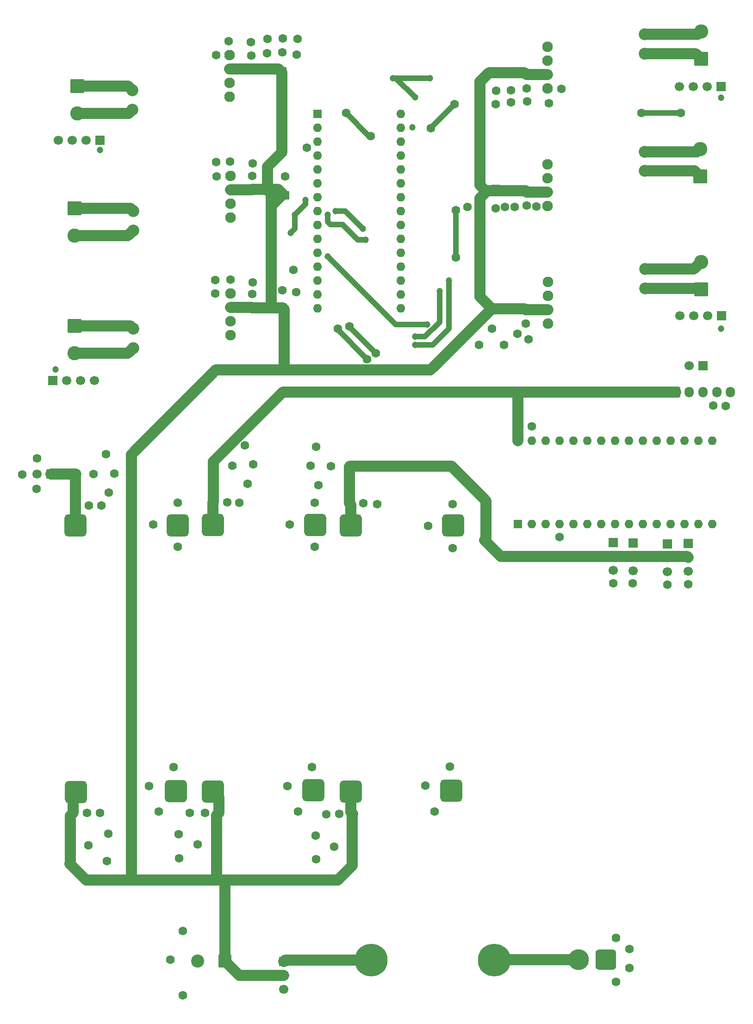
<source format=gbr>
%TF.GenerationSoftware,KiCad,Pcbnew,9.0.6*%
%TF.CreationDate,2025-12-16T10:50:29+01:00*%
%TF.ProjectId,Microver2025,4d696372-6f76-4657-9232-3032352e6b69,rev?*%
%TF.SameCoordinates,Original*%
%TF.FileFunction,Copper,L4,Bot*%
%TF.FilePolarity,Positive*%
%FSLAX46Y46*%
G04 Gerber Fmt 4.6, Leading zero omitted, Abs format (unit mm)*
G04 Created by KiCad (PCBNEW 9.0.6) date 2025-12-16 10:50:29*
%MOMM*%
%LPD*%
G01*
G04 APERTURE LIST*
G04 Aperture macros list*
%AMRoundRect*
0 Rectangle with rounded corners*
0 $1 Rounding radius*
0 $2 $3 $4 $5 $6 $7 $8 $9 X,Y pos of 4 corners*
0 Add a 4 corners polygon primitive as box body*
4,1,4,$2,$3,$4,$5,$6,$7,$8,$9,$2,$3,0*
0 Add four circle primitives for the rounded corners*
1,1,$1+$1,$2,$3*
1,1,$1+$1,$4,$5*
1,1,$1+$1,$6,$7*
1,1,$1+$1,$8,$9*
0 Add four rect primitives between the rounded corners*
20,1,$1+$1,$2,$3,$4,$5,0*
20,1,$1+$1,$4,$5,$6,$7,0*
20,1,$1+$1,$6,$7,$8,$9,0*
20,1,$1+$1,$8,$9,$2,$3,0*%
G04 Aperture macros list end*
%TA.AperFunction,ComponentPad*%
%ADD10C,1.600000*%
%TD*%
%TA.AperFunction,ComponentPad*%
%ADD11RoundRect,0.250000X0.550000X-0.550000X0.550000X0.550000X-0.550000X0.550000X-0.550000X-0.550000X0*%
%TD*%
%TA.AperFunction,ComponentPad*%
%ADD12RoundRect,0.250000X0.550000X0.550000X-0.550000X0.550000X-0.550000X-0.550000X0.550000X-0.550000X0*%
%TD*%
%TA.AperFunction,ComponentPad*%
%ADD13R,1.600000X1.600000*%
%TD*%
%TA.AperFunction,ComponentPad*%
%ADD14O,1.600000X1.600000*%
%TD*%
%TA.AperFunction,ComponentPad*%
%ADD15R,1.700000X1.700000*%
%TD*%
%TA.AperFunction,ComponentPad*%
%ADD16C,1.700000*%
%TD*%
%TA.AperFunction,ComponentPad*%
%ADD17RoundRect,0.250000X-0.550000X-0.550000X0.550000X-0.550000X0.550000X0.550000X-0.550000X0.550000X0*%
%TD*%
%TA.AperFunction,ComponentPad*%
%ADD18RoundRect,0.250000X-0.600000X-0.725000X0.600000X-0.725000X0.600000X0.725000X-0.600000X0.725000X0*%
%TD*%
%TA.AperFunction,ComponentPad*%
%ADD19O,1.700000X1.950000*%
%TD*%
%TA.AperFunction,ComponentPad*%
%ADD20RoundRect,0.250000X-1.050000X1.050000X-1.050000X-1.050000X1.050000X-1.050000X1.050000X1.050000X0*%
%TD*%
%TA.AperFunction,ComponentPad*%
%ADD21C,2.600000*%
%TD*%
%TA.AperFunction,ComponentPad*%
%ADD22C,1.930400*%
%TD*%
%TA.AperFunction,ComponentPad*%
%ADD23C,2.184400*%
%TD*%
%TA.AperFunction,ComponentPad*%
%ADD24RoundRect,0.600000X1.400000X-1.400000X1.400000X1.400000X-1.400000X1.400000X-1.400000X-1.400000X0*%
%TD*%
%TA.AperFunction,ComponentPad*%
%ADD25RoundRect,0.250000X-0.550000X0.550000X-0.550000X-0.550000X0.550000X-0.550000X0.550000X0.550000X0*%
%TD*%
%TA.AperFunction,ComponentPad*%
%ADD26RoundRect,0.250000X1.050000X-1.050000X1.050000X1.050000X-1.050000X1.050000X-1.050000X-1.050000X0*%
%TD*%
%TA.AperFunction,ComponentPad*%
%ADD27RoundRect,0.250001X0.949999X0.949999X-0.949999X0.949999X-0.949999X-0.949999X0.949999X-0.949999X0*%
%TD*%
%TA.AperFunction,ComponentPad*%
%ADD28C,2.400000*%
%TD*%
%TA.AperFunction,ComponentPad*%
%ADD29RoundRect,0.760000X1.140000X1.140000X-1.140000X1.140000X-1.140000X-1.140000X1.140000X-1.140000X0*%
%TD*%
%TA.AperFunction,ComponentPad*%
%ADD30C,3.800000*%
%TD*%
%TA.AperFunction,ComponentPad*%
%ADD31C,6.000000*%
%TD*%
%TA.AperFunction,ViaPad*%
%ADD32C,1.600000*%
%TD*%
%TA.AperFunction,ViaPad*%
%ADD33C,1.200000*%
%TD*%
%TA.AperFunction,Conductor*%
%ADD34C,2.000000*%
%TD*%
%TA.AperFunction,Conductor*%
%ADD35C,1.000000*%
%TD*%
G04 APERTURE END LIST*
D10*
%TO.P,C6,2*%
%TO.N,+18V*%
X136500000Y-83000000D03*
D11*
%TO.P,C6,1*%
%TO.N,GND*%
X136500000Y-86500000D03*
%TD*%
D10*
%TO.P,C16,2*%
%TO.N,+18V*%
X146000000Y-184790000D03*
D12*
%TO.P,C16,1*%
%TO.N,GND*%
X149500000Y-184790000D03*
%TD*%
D13*
%TO.P,A2,1,TX1*%
%TO.N,unconnected-(A2-TX1-Pad1)*%
X179600000Y-125766630D03*
D14*
%TO.P,A2,2,RX1*%
%TO.N,unconnected-(A2-RX1-Pad2)*%
X182140000Y-125766630D03*
%TO.P,A2,3,~{RESET}*%
%TO.N,unconnected-(A2-~{RESET}-Pad3)*%
X184680000Y-125766630D03*
%TO.P,A2,4,GND*%
%TO.N,GND*%
X187220000Y-125766630D03*
%TO.P,A2,5,D2*%
%TO.N,unconnected-(A2-D2-Pad5)*%
X189760000Y-125766630D03*
%TO.P,A2,6,D3*%
%TO.N,unconnected-(A2-D3-Pad6)*%
X192300000Y-125766630D03*
%TO.P,A2,7,D4*%
%TO.N,unconnected-(A2-D4-Pad7)*%
X194840000Y-125766630D03*
%TO.P,A2,8,D5*%
%TO.N,/5V*%
X197380000Y-125766630D03*
%TO.P,A2,9,D6*%
X199920000Y-125766630D03*
%TO.P,A2,10,D7*%
%TO.N,unconnected-(A2-D7-Pad10)*%
X202460000Y-125766630D03*
%TO.P,A2,11,D8*%
%TO.N,unconnected-(A2-D8-Pad11)*%
X205000000Y-125766630D03*
%TO.P,A2,12,D9*%
%TO.N,/5V*%
X207540000Y-125766630D03*
%TO.P,A2,13,D10*%
X210080000Y-125766630D03*
%TO.P,A2,14,MOSI*%
%TO.N,/SPI*%
X212620000Y-125766630D03*
%TO.P,A2,15,MISO*%
X215160000Y-125766630D03*
%TO.P,A2,16,SCK*%
%TO.N,unconnected-(A2-SCK-Pad16)*%
X215160000Y-110526630D03*
%TO.P,A2,17,3V3*%
%TO.N,unconnected-(A2-3V3-Pad17)*%
X212620000Y-110526630D03*
%TO.P,A2,18,AREF*%
%TO.N,unconnected-(A2-AREF-Pad18)*%
X210080000Y-110526630D03*
%TO.P,A2,19,A0*%
%TO.N,unconnected-(A2-A0-Pad19)*%
X207540000Y-110526630D03*
%TO.P,A2,20,A1*%
%TO.N,unconnected-(A2-A1-Pad20)*%
X205000000Y-110526630D03*
%TO.P,A2,21,A2*%
%TO.N,unconnected-(A2-A2-Pad21)*%
X202460000Y-110526630D03*
%TO.P,A2,22,A3*%
%TO.N,unconnected-(A2-A3-Pad22)*%
X199920000Y-110526630D03*
%TO.P,A2,23,SDA/A4*%
%TO.N,unconnected-(A2-SDA{slash}A4-Pad23)*%
X197380000Y-110526630D03*
%TO.P,A2,24,SCL/A5*%
%TO.N,unconnected-(A2-SCL{slash}A5-Pad24)*%
X194840000Y-110526630D03*
%TO.P,A2,25,A6*%
%TO.N,unconnected-(A2-A6-Pad25)*%
X192300000Y-110526630D03*
%TO.P,A2,26,A7*%
%TO.N,unconnected-(A2-A7-Pad26)*%
X189760000Y-110526630D03*
%TO.P,A2,27,+5V*%
%TO.N,unconnected-(A2-+5V-Pad27)*%
X187220000Y-110526630D03*
%TO.P,A2,28,~{RESET}*%
%TO.N,unconnected-(A2-~{RESET}-Pad28)*%
X184680000Y-110526630D03*
%TO.P,A2,29,GND*%
%TO.N,GND*%
X182140000Y-110526630D03*
%TO.P,A2,30,VIN*%
%TO.N,/5V*%
X179600000Y-110526630D03*
%TD*%
D15*
%TO.P,M4,1,PWM*%
%TO.N,/5V*%
X197040000Y-129180000D03*
D16*
%TO.P,M4,2,+*%
X197040000Y-131720000D03*
%TO.P,M4,3,-*%
%TO.N,GND*%
X197040000Y-134260000D03*
%TD*%
D15*
%TO.P,J4,1,Pin_1*%
%TO.N,/5V*%
X94170000Y-116640000D03*
D16*
%TO.P,J4,2,Pin_2*%
%TO.N,GND*%
X91630000Y-116640000D03*
%TD*%
D12*
%TO.P,C15,1*%
%TO.N,/5V*%
X148855000Y-115190000D03*
D10*
%TO.P,C15,2*%
%TO.N,GND*%
X145355000Y-115190000D03*
%TD*%
D17*
%TO.P,C24,1*%
%TO.N,/5V*%
X98477349Y-116590000D03*
D10*
%TO.P,C24,2*%
%TO.N,GND*%
X101977349Y-116590000D03*
%TD*%
D18*
%TO.P,J11,1,Pin_1*%
%TO.N,/5V*%
X208450000Y-101650000D03*
D19*
%TO.P,J11,2,Pin_2*%
%TO.N,/URAT*%
X210950000Y-101650000D03*
%TO.P,J11,3,Pin_3*%
X213450000Y-101650000D03*
%TO.P,J11,4,Pin_4*%
%TO.N,GND*%
X215950000Y-101650000D03*
%TO.P,J11,5,Pin_5*%
%TO.N,unconnected-(J11-Pin_5-Pad5)*%
X218450000Y-101650000D03*
%TD*%
D15*
%TO.P,M2,1,PWM*%
%TO.N,/5V*%
X206960000Y-129425000D03*
D16*
%TO.P,M2,2,+*%
X206960000Y-131965000D03*
%TO.P,M2,3,-*%
%TO.N,GND*%
X206960000Y-134505000D03*
%TD*%
D12*
%TO.P,C19,1*%
%TO.N,GND*%
X124500000Y-184390000D03*
D10*
%TO.P,C19,2*%
%TO.N,+18V*%
X121000000Y-184390000D03*
%TD*%
%TO.P,C12,1*%
%TO.N,GND*%
X181000000Y-89083370D03*
%TO.P,C12,2*%
%TO.N,+18V*%
X181000000Y-86583370D03*
%TD*%
D15*
%TO.P,M1,1,PWM*%
%TO.N,/5V*%
X210735000Y-129350000D03*
D16*
%TO.P,M1,2,+*%
X210735000Y-131890000D03*
%TO.P,M1,3,-*%
%TO.N,GND*%
X210735000Y-134430000D03*
%TD*%
D15*
%TO.P,J7,1,Pin_1*%
%TO.N,GND*%
X103140000Y-55583370D03*
D16*
%TO.P,J7,2,Pin_2*%
%TO.N,/5V*%
X100600000Y-55583370D03*
%TO.P,J7,3,Pin_3*%
%TO.N,/DIGI*%
X98060000Y-55583370D03*
%TO.P,J7,4,Pin_4*%
X95520000Y-55583370D03*
%TD*%
D20*
%TO.P,J3,1,Pin_1*%
%TO.N,/M2_B*%
X98500000Y-68063370D03*
D21*
%TO.P,J3,2,Pin_2*%
%TO.N,/M2_A*%
X98500000Y-73063370D03*
%TD*%
D22*
%TO.P,U5,1,GND*%
%TO.N,GND*%
X185027500Y-46138895D03*
%TO.P,U5,2,IN2*%
%TO.N,/5V*%
X185027500Y-38518895D03*
%TO.P,U5,3,IN1*%
X185027500Y-41058895D03*
%TO.P,U5,4,VM*%
%TO.N,+18V*%
X185027500Y-43598895D03*
D23*
%TO.P,U5,5,OUT1*%
%TO.N,/M4_A*%
X202807500Y-36210895D03*
%TO.P,U5,6,OUT2*%
%TO.N,/M4_B*%
X202807500Y-39710895D03*
%TD*%
D22*
%TO.P,U4,1,GND*%
%TO.N,GND*%
X127000000Y-83633370D03*
%TO.P,U4,2,IN2*%
%TO.N,/5V*%
X127000000Y-91253370D03*
%TO.P,U4,3,IN1*%
X127000000Y-88713370D03*
%TO.P,U4,4,VM*%
%TO.N,+18V*%
X127000000Y-86173370D03*
D23*
%TO.P,U4,5,OUT1*%
%TO.N,/M3_A*%
X109220000Y-93561370D03*
%TO.P,U4,6,OUT2*%
%TO.N,/M3_B*%
X109220000Y-90061370D03*
%TD*%
D10*
%TO.P,C22,1*%
%TO.N,GND*%
X100750000Y-178590000D03*
%TO.P,C22,2*%
%TO.N,+18V*%
X98250000Y-178590000D03*
%TD*%
D22*
%TO.P,U6,1,GND*%
%TO.N,GND*%
X185027500Y-67638895D03*
%TO.P,U6,2,IN2*%
%TO.N,/5V*%
X185027500Y-60018895D03*
%TO.P,U6,3,IN1*%
X185027500Y-62558895D03*
%TO.P,U6,4,VM*%
%TO.N,+18V*%
X185027500Y-65098895D03*
D23*
%TO.P,U6,5,OUT1*%
%TO.N,/M5_A*%
X202807500Y-57710895D03*
%TO.P,U6,6,OUT2*%
%TO.N,/M5_B*%
X202807500Y-61210895D03*
%TD*%
D22*
%TO.P,U8,1,GND*%
%TO.N,GND*%
X185052500Y-89088895D03*
%TO.P,U8,2,IN2*%
%TO.N,/5V*%
X185052500Y-81468895D03*
%TO.P,U8,3,IN1*%
X185052500Y-84008895D03*
%TO.P,U8,4,VM*%
%TO.N,+18V*%
X185052500Y-86548895D03*
D23*
%TO.P,U8,5,OUT1*%
%TO.N,/M6_A*%
X202832500Y-79160895D03*
%TO.P,U8,6,OUT2*%
%TO.N,/M6_B*%
X202832500Y-82660895D03*
%TD*%
D15*
%TO.P,J8,1,Pin_1*%
%TO.N,GND*%
X216750000Y-45750000D03*
D16*
%TO.P,J8,2,Pin_2*%
%TO.N,/5V*%
X214210000Y-45750000D03*
%TO.P,J8,3,Pin_3*%
%TO.N,/DIGI*%
X211670000Y-45750000D03*
%TO.P,J8,4,Pin_4*%
X209130000Y-45750000D03*
%TD*%
D17*
%TO.P,C23,1*%
%TO.N,GND*%
X97500000Y-184500000D03*
D10*
%TO.P,C23,2*%
%TO.N,+18V*%
X101000000Y-184500000D03*
%TD*%
D15*
%TO.P,J2,1,Pin_1*%
%TO.N,GND*%
X216800000Y-87633370D03*
D16*
%TO.P,J2,2,Pin_2*%
%TO.N,/5V*%
X214260000Y-87633370D03*
%TO.P,J2,3,Pin_3*%
%TO.N,/DIGI*%
X211720000Y-87633370D03*
%TO.P,J2,4,Pin_4*%
X209180000Y-87633370D03*
%TD*%
D10*
%TO.P,C11,1*%
%TO.N,GND*%
X130800000Y-40083370D03*
%TO.P,C11,2*%
%TO.N,+18V*%
X130800000Y-42583370D03*
%TD*%
D20*
%TO.P,J1,1,Pin_1*%
%TO.N,/M1_B*%
X99000000Y-45683370D03*
D21*
%TO.P,J1,2,Pin_2*%
%TO.N,/M1_A*%
X99000000Y-50683370D03*
%TD*%
D24*
%TO.P,U9,1,IN+*%
%TO.N,+18V*%
X98700000Y-174790000D03*
%TO.P,U9,2,IN-*%
%TO.N,GND*%
X117040000Y-174600000D03*
%TO.P,U9,3,OUT+*%
%TO.N,/5V*%
X98680000Y-126050000D03*
%TO.P,U9,4,OUT-*%
%TO.N,GND*%
X117360000Y-126050000D03*
%TD*%
D10*
%TO.P,C21,1*%
%TO.N,/5V*%
X123880000Y-121790000D03*
%TO.P,C21,2*%
%TO.N,GND*%
X126380000Y-121790000D03*
%TD*%
D25*
%TO.P,C4,1*%
%TO.N,GND*%
X175600000Y-43000000D03*
D10*
%TO.P,C4,2*%
%TO.N,+18V*%
X175600000Y-46500000D03*
%TD*%
%TO.P,C9,1*%
%TO.N,GND*%
X131000000Y-62083370D03*
%TO.P,C9,2*%
%TO.N,+18V*%
X131000000Y-64583370D03*
%TD*%
D22*
%TO.P,U2,1,GND*%
%TO.N,GND*%
X127000000Y-62133370D03*
%TO.P,U2,2,IN2*%
%TO.N,/5V*%
X127000000Y-69753370D03*
%TO.P,U2,3,IN1*%
X127000000Y-67213370D03*
%TO.P,U2,4,VM*%
%TO.N,+18V*%
X127000000Y-64673370D03*
D23*
%TO.P,U2,5,OUT1*%
%TO.N,/M2_A*%
X109220000Y-72061370D03*
%TO.P,U2,6,OUT2*%
%TO.N,/M2_B*%
X109220000Y-68561370D03*
%TD*%
D10*
%TO.P,C3,1*%
%TO.N,GND*%
X181200000Y-67533370D03*
%TO.P,C3,2*%
%TO.N,+18V*%
X181200000Y-65033370D03*
%TD*%
D26*
%TO.P,J9,1,Pin_1*%
%TO.N,/M4_B*%
X213080000Y-40658895D03*
D21*
%TO.P,J9,2,Pin_2*%
%TO.N,/M4_A*%
X213080000Y-35658895D03*
%TD*%
D10*
%TO.P,C8,2*%
%TO.N,+18V*%
X137000000Y-62152651D03*
D11*
%TO.P,C8,1*%
%TO.N,GND*%
X137000000Y-65652651D03*
%TD*%
D15*
%TO.P,J5,1,Pin_1*%
%TO.N,GND*%
X94500000Y-99500000D03*
D16*
%TO.P,J5,2,Pin_2*%
%TO.N,/5V*%
X97040000Y-99500000D03*
%TO.P,J5,3,Pin_3*%
%TO.N,/DIGI*%
X99580000Y-99500000D03*
%TO.P,J5,4,Pin_4*%
X102120000Y-99500000D03*
%TD*%
D20*
%TO.P,J6,1,Pin_1*%
%TO.N,/M3_B*%
X98500000Y-89563370D03*
D21*
%TO.P,J6,2,Pin_2*%
%TO.N,/M3_A*%
X98500000Y-94563370D03*
%TD*%
D27*
%TO.P,C1,1*%
%TO.N,+18V*%
X126030000Y-205690000D03*
D28*
%TO.P,C1,2*%
%TO.N,GND*%
X121030000Y-205690000D03*
%TD*%
D10*
%TO.P,C18,1*%
%TO.N,GND*%
X122380000Y-178590000D03*
%TO.P,C18,2*%
%TO.N,+18V*%
X124880000Y-178590000D03*
%TD*%
D13*
%TO.P,A1,1,TX1*%
%TO.N,unconnected-(A1-TX1-Pad1)*%
X142907500Y-50737845D03*
D14*
%TO.P,A1,2,RX1*%
%TO.N,unconnected-(A1-RX1-Pad2)*%
X142907500Y-53277845D03*
%TO.P,A1,3,~{RESET}*%
%TO.N,unconnected-(A1-~{RESET}-Pad3)*%
X142907500Y-55817845D03*
%TO.P,A1,4,GND*%
%TO.N,GND*%
X142907500Y-58357845D03*
%TO.P,A1,5,D2*%
%TO.N,unconnected-(A1-D2-Pad5)*%
X142907500Y-60897845D03*
%TO.P,A1,6,D3*%
%TO.N,unconnected-(A1-D3-Pad6)*%
X142907500Y-63437845D03*
%TO.P,A1,7,D4*%
%TO.N,unconnected-(A1-D4-Pad7)*%
X142907500Y-65977845D03*
%TO.P,A1,8,D5*%
%TO.N,/5V*%
X142907500Y-68517845D03*
%TO.P,A1,9,D6*%
X142907500Y-71057845D03*
%TO.P,A1,10,D7*%
%TO.N,unconnected-(A1-D7-Pad10)*%
X142907500Y-73597845D03*
%TO.P,A1,11,D8*%
%TO.N,unconnected-(A1-D8-Pad11)*%
X142907500Y-76137845D03*
%TO.P,A1,12,D9*%
%TO.N,/5V*%
X142907500Y-78677845D03*
%TO.P,A1,13,D10*%
X142907500Y-81217845D03*
%TO.P,A1,14,MOSI*%
%TO.N,/SPI*%
X142907500Y-83757845D03*
%TO.P,A1,15,MISO*%
X142907500Y-86297845D03*
%TO.P,A1,16,SCK*%
%TO.N,unconnected-(A1-SCK-Pad16)*%
X158147500Y-86297845D03*
%TO.P,A1,17,3V3*%
%TO.N,unconnected-(A1-3V3-Pad17)*%
X158147500Y-83757845D03*
%TO.P,A1,18,AREF*%
%TO.N,unconnected-(A1-AREF-Pad18)*%
X158147500Y-81217845D03*
%TO.P,A1,19,A0*%
%TO.N,/DIGI*%
X158147500Y-78677845D03*
%TO.P,A1,20,A1*%
X158147500Y-76137845D03*
%TO.P,A1,21,A2*%
X158147500Y-73597845D03*
%TO.P,A1,22,A3*%
X158147500Y-71057845D03*
%TO.P,A1,23,SDA/A4*%
X158147500Y-68517845D03*
%TO.P,A1,24,SCL/A5*%
X158147500Y-65977845D03*
%TO.P,A1,25,A6*%
X158147500Y-63437845D03*
%TO.P,A1,26,A7*%
X158147500Y-60897845D03*
%TO.P,A1,27,+5V*%
%TO.N,/5V*%
X158147500Y-58357845D03*
%TO.P,A1,28,~{RESET}*%
%TO.N,unconnected-(A1-~{RESET}-Pad28)*%
X158147500Y-55817845D03*
%TO.P,A1,29,GND*%
%TO.N,GND*%
X158147500Y-53277845D03*
%TO.P,A1,30,VIN*%
%TO.N,unconnected-(A1-VIN-Pad30)*%
X158147500Y-50737845D03*
%TD*%
D10*
%TO.P,C14,1*%
%TO.N,/5V*%
X148800000Y-121990000D03*
%TO.P,C14,2*%
%TO.N,GND*%
X151300000Y-121990000D03*
%TD*%
%TO.P,C7,1*%
%TO.N,GND*%
X131000000Y-83733370D03*
%TO.P,C7,2*%
%TO.N,+18V*%
X131000000Y-86233370D03*
%TD*%
D25*
%TO.P,C2,1*%
%TO.N,GND*%
X175500000Y-64500000D03*
D10*
%TO.P,C2,2*%
%TO.N,+18V*%
X175500000Y-68000000D03*
%TD*%
D26*
%TO.P,J12,1,Pin_1*%
%TO.N,/M6_B*%
X213080000Y-82833370D03*
D21*
%TO.P,J12,2,Pin_2*%
%TO.N,/M6_A*%
X213080000Y-77833370D03*
%TD*%
D22*
%TO.P,U1,1,GND*%
%TO.N,GND*%
X126852500Y-40028895D03*
%TO.P,U1,2,IN2*%
%TO.N,/5V*%
X126852500Y-47648895D03*
%TO.P,U1,3,IN1*%
X126852500Y-45108895D03*
%TO.P,U1,4,VM*%
%TO.N,+18V*%
X126852500Y-42568895D03*
D23*
%TO.P,U1,5,OUT1*%
%TO.N,/M1_A*%
X109072500Y-49956895D03*
%TO.P,U1,6,OUT2*%
%TO.N,/M1_B*%
X109072500Y-46456895D03*
%TD*%
D29*
%TO.P,J14,1,Pin_1*%
%TO.N,GND*%
X195700000Y-205400000D03*
D30*
%TO.P,J14,2,Pin_2*%
%TO.N,+18V*%
X190700000Y-205400000D03*
%TD*%
D15*
%TO.P,SW1,1,A*%
%TO.N,+18V*%
X136750000Y-205750000D03*
D16*
%TO.P,SW1,2,B*%
X136750000Y-208290000D03*
%TO.P,SW1,3,C*%
%TO.N,unconnected-(SW1-C-Pad3)*%
X136750000Y-210830000D03*
%TD*%
D17*
%TO.P,C20,1*%
%TO.N,/5V*%
X123880000Y-115140000D03*
D10*
%TO.P,C20,2*%
%TO.N,GND*%
X127380000Y-115140000D03*
%TD*%
%TO.P,C13,2*%
%TO.N,+18V*%
X174800000Y-90080719D03*
D25*
%TO.P,C13,1*%
%TO.N,GND*%
X174800000Y-86580719D03*
%TD*%
D26*
%TO.P,J10,1,Pin_1*%
%TO.N,/M5_B*%
X212907500Y-62158895D03*
D21*
%TO.P,J10,2,Pin_2*%
%TO.N,/M5_A*%
X212907500Y-57158895D03*
%TD*%
D15*
%TO.P,J13,1,Pin_1*%
%TO.N,/URAT*%
X213470000Y-96800000D03*
D16*
%TO.P,J13,2,Pin_2*%
X210930000Y-96800000D03*
%TD*%
D24*
%TO.P,U3,1,IN+*%
%TO.N,+18V*%
X149040000Y-174730000D03*
%TO.P,U3,2,IN-*%
%TO.N,GND*%
X167380000Y-174540000D03*
%TO.P,U3,3,OUT+*%
%TO.N,/5V*%
X149020000Y-125990000D03*
%TO.P,U3,4,OUT-*%
%TO.N,GND*%
X167700000Y-125990000D03*
%TD*%
D31*
%TO.P,F1,1*%
%TO.N,+18V*%
X175250000Y-205500000D03*
%TO.P,F1,2*%
X152750000Y-205500000D03*
%TD*%
D10*
%TO.P,C17,1*%
%TO.N,GND*%
X146880000Y-178790000D03*
%TO.P,C17,2*%
%TO.N,+18V*%
X149380000Y-178790000D03*
%TD*%
%TO.P,C25,1*%
%TO.N,/5V*%
X98630000Y-122390000D03*
%TO.P,C25,2*%
%TO.N,GND*%
X101130000Y-122390000D03*
%TD*%
D11*
%TO.P,C10,1*%
%TO.N,GND*%
X136500000Y-43000000D03*
D10*
%TO.P,C10,2*%
%TO.N,+18V*%
X136500000Y-39500000D03*
%TD*%
D24*
%TO.P,U10,1,IN+*%
%TO.N,+18V*%
X123800000Y-174680000D03*
%TO.P,U10,2,IN-*%
%TO.N,GND*%
X142140000Y-174490000D03*
%TO.P,U10,3,OUT+*%
%TO.N,/5V*%
X123780000Y-125940000D03*
%TO.P,U10,4,OUT-*%
%TO.N,GND*%
X142460000Y-125940000D03*
%TD*%
D15*
%TO.P,M3,1,PWM*%
%TO.N,/5V*%
X200630000Y-129200000D03*
D16*
%TO.P,M3,2,+*%
X200630000Y-131740000D03*
%TO.P,M3,3,-*%
%TO.N,GND*%
X200630000Y-134280000D03*
%TD*%
D10*
%TO.P,C5,1*%
%TO.N,GND*%
X181200000Y-46083370D03*
%TO.P,C5,2*%
%TO.N,+18V*%
X181200000Y-43583370D03*
%TD*%
D32*
%TO.N,GND*%
X206950000Y-136860000D03*
X141000000Y-56950000D03*
X117540000Y-182490000D03*
X136550000Y-36950000D03*
X131050000Y-81540000D03*
X172500000Y-93000000D03*
X143130000Y-118640000D03*
X124250000Y-83600000D03*
X104255000Y-113015000D03*
X139150000Y-39900000D03*
X118250000Y-211950000D03*
X177200000Y-67750000D03*
X112130000Y-173680000D03*
X142380000Y-121890000D03*
X215300000Y-104100000D03*
X177000000Y-93000000D03*
X167630000Y-122140000D03*
X217600000Y-104150000D03*
X126950000Y-59450000D03*
X130130000Y-118390000D03*
X126700000Y-37450000D03*
X185250000Y-48800000D03*
X129630000Y-111390000D03*
X197050000Y-136640000D03*
X91650000Y-113750000D03*
X141630000Y-115140000D03*
X178300000Y-48600000D03*
X139380000Y-178390000D03*
X128630000Y-121890000D03*
X127000000Y-81050000D03*
X113880000Y-178390000D03*
X181500000Y-92000000D03*
X182150000Y-107900000D03*
X124500000Y-62150000D03*
D33*
X160250000Y-53250000D03*
D32*
X163130000Y-126140000D03*
X153880000Y-122140000D03*
X133750000Y-37000000D03*
X104630000Y-182390000D03*
X91550000Y-119350000D03*
X210750000Y-136750000D03*
X116630000Y-170180000D03*
X119520000Y-178610000D03*
X117380000Y-129890000D03*
X187500000Y-46150000D03*
X178300000Y-46400000D03*
X142380000Y-129890000D03*
X181300000Y-48500000D03*
X104380000Y-187390000D03*
X103380000Y-122390000D03*
X138500000Y-79250000D03*
X144540000Y-178830000D03*
X104755000Y-120015000D03*
X115990000Y-205430000D03*
X137880000Y-125890000D03*
X117380000Y-121890000D03*
D33*
X216750000Y-90000000D03*
D32*
X124200000Y-81150000D03*
X112880000Y-125890000D03*
X103130000Y-178640000D03*
X167130000Y-170140000D03*
X142630000Y-111640000D03*
D33*
X95000000Y-97500000D03*
D32*
X197500000Y-209500000D03*
X142650000Y-187110000D03*
X139050000Y-83350000D03*
X170350000Y-67800000D03*
X141910000Y-170180000D03*
X139250000Y-37050000D03*
D33*
X216750000Y-47800000D03*
D32*
X164380000Y-178350000D03*
X187200000Y-128150000D03*
X175550000Y-49000000D03*
X133700000Y-39650000D03*
X88920000Y-116690000D03*
X124400000Y-59600000D03*
X200620000Y-136600000D03*
X137410000Y-173680000D03*
X200000000Y-207000000D03*
X105755000Y-116515000D03*
X131130000Y-114890000D03*
X179500000Y-91000000D03*
X167630000Y-130140000D03*
X162630000Y-173640000D03*
X200000000Y-203500000D03*
X142560000Y-182710000D03*
X118250000Y-200210000D03*
X124350000Y-40000000D03*
D33*
X103150000Y-57400000D03*
D32*
X182950000Y-67650000D03*
X131050000Y-59800000D03*
X130750000Y-37650000D03*
X197500000Y-201500000D03*
X178950000Y-67750000D03*
X117630000Y-186890000D03*
%TO.N,/SPI*%
X152000000Y-95600000D03*
X148800000Y-89650000D03*
X146650000Y-90000000D03*
X153600000Y-94500000D03*
%TO.N,/5V*%
X168200000Y-68334370D03*
X148150000Y-50600000D03*
D33*
X140750000Y-66500000D03*
D32*
X152700000Y-54800000D03*
X209350000Y-50550000D03*
X202150000Y-50600000D03*
X168000000Y-48950000D03*
X168250000Y-77000000D03*
D33*
X160750000Y-47750000D03*
X156750000Y-44250000D03*
X138750000Y-69250000D03*
X138000000Y-72500000D03*
X163000000Y-89250000D03*
X163500000Y-44250000D03*
D32*
X163650000Y-53350000D03*
D33*
X144792672Y-76792672D03*
%TO.N,/DIGI*%
X167000000Y-81250000D03*
X144750000Y-69250000D03*
X160750000Y-93000000D03*
X151750000Y-73750000D03*
X146250000Y-68500000D03*
X160750000Y-91500000D03*
X165250000Y-83161522D03*
X151250000Y-71750000D03*
%TD*%
D34*
%TO.N,+18V*%
X149040000Y-178450000D02*
X149380000Y-178790000D01*
X124880000Y-178590000D02*
X124880000Y-175760000D01*
X175350000Y-205400000D02*
X175250000Y-205500000D01*
X185011975Y-43583370D02*
X185027500Y-43598895D01*
X136600000Y-65433370D02*
X135516685Y-66516685D01*
X130940000Y-86173370D02*
X131000000Y-86233370D01*
X136552651Y-86233370D02*
X136800000Y-86480719D01*
X149040000Y-174730000D02*
X149040000Y-178450000D01*
X190700000Y-205400000D02*
X175350000Y-205400000D01*
X127000000Y-64673370D02*
X130910000Y-64673370D01*
X98250000Y-175240000D02*
X98700000Y-174790000D01*
X97700000Y-179140000D02*
X98250000Y-178590000D01*
X131000000Y-64583370D02*
X133750000Y-64583370D01*
X175600000Y-43186021D02*
X174313979Y-43186021D01*
X174313979Y-43186021D02*
X172650000Y-44850000D01*
X133750000Y-64750000D02*
X135516685Y-66516685D01*
X130785525Y-42568895D02*
X130800000Y-42583370D01*
X98250000Y-178590000D02*
X98250000Y-175240000D01*
X149300000Y-178870000D02*
X149380000Y-178790000D01*
X97700000Y-187820000D02*
X97700000Y-184390000D01*
X181200000Y-43583370D02*
X185011975Y-43583370D01*
X124477349Y-184390000D02*
X124477349Y-190737349D01*
X136750000Y-208290000D02*
X128630000Y-208290000D01*
X137000000Y-205500000D02*
X136750000Y-205750000D01*
X136400000Y-43133370D02*
X136400000Y-57800000D01*
X146630000Y-190890000D02*
X149300000Y-188220000D01*
X97700000Y-184390000D02*
X97700000Y-179140000D01*
X124630000Y-190890000D02*
X109000000Y-190890000D01*
X175200000Y-64833370D02*
X181000000Y-64833370D01*
X181200000Y-65033370D02*
X184961975Y-65033370D01*
X180802651Y-86386021D02*
X181000000Y-86583370D01*
X136800000Y-86480719D02*
X136800000Y-97601000D01*
X136800000Y-97601000D02*
X124299000Y-97601000D01*
X175600000Y-43186021D02*
X180802651Y-43186021D01*
X172600000Y-84186021D02*
X174800000Y-86386021D01*
X135516685Y-66516685D02*
X134431000Y-67602370D01*
X124299000Y-97601000D02*
X108850000Y-113050000D01*
X100630000Y-190890000D02*
X97630000Y-187890000D01*
X135850000Y-42583370D02*
X136400000Y-43133370D01*
X134431000Y-86052370D02*
X134250000Y-86233370D01*
X126030000Y-190890000D02*
X146630000Y-190890000D01*
X124880000Y-175760000D02*
X123800000Y-174680000D01*
X174800000Y-86386021D02*
X180802651Y-86386021D01*
X184961975Y-65033370D02*
X185027500Y-65098895D01*
X134250000Y-86233370D02*
X136552651Y-86233370D01*
X108850000Y-113050000D02*
X108850000Y-190740000D01*
X175200000Y-64833370D02*
X173966630Y-64833370D01*
X134431000Y-67602370D02*
X134431000Y-65431000D01*
X124477349Y-190737349D02*
X124630000Y-190890000D01*
X127000000Y-86173370D02*
X130940000Y-86173370D01*
X172650000Y-63800000D02*
X173683370Y-64833370D01*
X152750000Y-205500000D02*
X137000000Y-205500000D01*
X163585021Y-97601000D02*
X136800000Y-97601000D01*
X172650000Y-44850000D02*
X172650000Y-63800000D01*
X133750000Y-60450000D02*
X133750000Y-64583370D01*
X180802651Y-43186021D02*
X181200000Y-43583370D01*
X97630000Y-187890000D02*
X97700000Y-187820000D01*
X185018025Y-86583370D02*
X185052500Y-86548895D01*
X124477349Y-178992651D02*
X124880000Y-178590000D01*
X134431000Y-67602370D02*
X134431000Y-86052370D01*
X126852500Y-42568895D02*
X130785525Y-42568895D01*
X181000000Y-64833370D02*
X181200000Y-65033370D01*
X108850000Y-190740000D02*
X109000000Y-190890000D01*
X128630000Y-208290000D02*
X126030000Y-205690000D01*
X135750000Y-64583370D02*
X136600000Y-65433370D01*
X134431000Y-65431000D02*
X133750000Y-64750000D01*
X174800000Y-86386021D02*
X163585021Y-97601000D01*
X131000000Y-86233370D02*
X134250000Y-86233370D01*
X126030000Y-190890000D02*
X124630000Y-190890000D01*
X133750000Y-64583370D02*
X133750000Y-64750000D01*
X173683370Y-64833370D02*
X175200000Y-64833370D01*
X133750000Y-64583370D02*
X135750000Y-64583370D01*
X126030000Y-205690000D02*
X126030000Y-190890000D01*
X181000000Y-86583370D02*
X185018025Y-86583370D01*
X149300000Y-188220000D02*
X149300000Y-184790000D01*
X172600000Y-66200000D02*
X172600000Y-84186021D01*
X124477349Y-184390000D02*
X124477349Y-178992651D01*
X130800000Y-42583370D02*
X135850000Y-42583370D01*
X130910000Y-64673370D02*
X131000000Y-64583370D01*
X149300000Y-184790000D02*
X149300000Y-178870000D01*
X136400000Y-57800000D02*
X133750000Y-60450000D01*
X173966630Y-64833370D02*
X172600000Y-66200000D01*
X109000000Y-190890000D02*
X100630000Y-190890000D01*
D35*
%TO.N,/SPI*%
X148800000Y-89700000D02*
X153600000Y-94500000D01*
X148800000Y-89650000D02*
X148800000Y-89700000D01*
X146650000Y-90000000D02*
X146650000Y-90250000D01*
X146650000Y-90250000D02*
X152000000Y-95600000D01*
D34*
%TO.N,/5V*%
X123780000Y-125940000D02*
X123780000Y-121890000D01*
D35*
X138750000Y-69500000D02*
X138750000Y-69250000D01*
X160750000Y-47750000D02*
X157250000Y-44250000D01*
D34*
X173750000Y-121500000D02*
X173750000Y-128500000D01*
X197040000Y-131720000D02*
X210565000Y-131720000D01*
X148855000Y-115190000D02*
X167440000Y-115190000D01*
D35*
X138750000Y-69250000D02*
X140750000Y-67250000D01*
D34*
X179600000Y-110526630D02*
X179600000Y-101650000D01*
X176470000Y-131720000D02*
X197040000Y-131720000D01*
X98630000Y-122390000D02*
X98630000Y-116742651D01*
X148800000Y-121990000D02*
X148800000Y-115245000D01*
X149020000Y-122210000D02*
X148800000Y-121990000D01*
D35*
X168200000Y-68334370D02*
X168200000Y-76950000D01*
D34*
X98680000Y-122440000D02*
X98630000Y-122390000D01*
X123880000Y-121790000D02*
X123880000Y-115140000D01*
X98630000Y-116742651D02*
X98477349Y-116590000D01*
D35*
X138750000Y-71750000D02*
X138750000Y-69500000D01*
X209300000Y-50600000D02*
X209350000Y-50550000D01*
X163650000Y-53350000D02*
X163650000Y-53300000D01*
D34*
X136540158Y-101650000D02*
X179600000Y-101650000D01*
X179600000Y-101650000D02*
X208450000Y-101650000D01*
D35*
X168200000Y-76950000D02*
X168250000Y-77000000D01*
X157250000Y-44250000D02*
X156750000Y-44250000D01*
X157250000Y-89250000D02*
X144792672Y-76792672D01*
X138000000Y-72500000D02*
X138750000Y-71750000D01*
D34*
X173500000Y-128750000D02*
X176470000Y-131720000D01*
D35*
X152700000Y-54800000D02*
X152350000Y-54800000D01*
X163000000Y-89250000D02*
X157250000Y-89250000D01*
D34*
X210565000Y-131720000D02*
X210735000Y-131890000D01*
D35*
X202150000Y-50600000D02*
X209300000Y-50600000D01*
X140750000Y-67250000D02*
X140750000Y-66500000D01*
D34*
X123780000Y-121890000D02*
X123880000Y-121790000D01*
X98695000Y-116640000D02*
X94170000Y-116640000D01*
X98680000Y-126050000D02*
X98680000Y-122440000D01*
D35*
X163650000Y-53300000D02*
X168000000Y-48950000D01*
D34*
X123880000Y-115140000D02*
X123880000Y-114310158D01*
X148800000Y-115245000D02*
X148855000Y-115190000D01*
X123880000Y-114310158D02*
X136540158Y-101650000D01*
D35*
X163500000Y-44250000D02*
X157250000Y-44250000D01*
D34*
X167440000Y-115190000D02*
X173750000Y-121500000D01*
X173750000Y-128500000D02*
X173500000Y-128750000D01*
X149020000Y-125990000D02*
X149020000Y-122210000D01*
D35*
X152350000Y-54800000D02*
X148150000Y-50600000D01*
%TO.N,/DIGI*%
X146250000Y-68500000D02*
X148000000Y-68500000D01*
X162589892Y-91500000D02*
X160750000Y-91500000D01*
X148000000Y-68500000D02*
X151250000Y-71750000D01*
X167000000Y-81250000D02*
X167000000Y-90000000D01*
X165250000Y-88839892D02*
X162589892Y-91500000D01*
X144750000Y-69250000D02*
X144750000Y-70500000D01*
X165250000Y-83161522D02*
X165250000Y-88839892D01*
X150250000Y-73750000D02*
X151750000Y-73750000D01*
X144750000Y-70500000D02*
X145250000Y-71000000D01*
X167000000Y-90000000D02*
X164000000Y-93000000D01*
X164000000Y-93000000D02*
X160750000Y-93000000D01*
X147500000Y-71000000D02*
X150250000Y-73750000D01*
X145250000Y-71000000D02*
X147500000Y-71000000D01*
D34*
%TO.N,/M1_B*%
X99000000Y-45683370D02*
X108298975Y-45683370D01*
X108298975Y-45683370D02*
X109072500Y-46456895D01*
%TO.N,/M1_A*%
X99000000Y-50683370D02*
X108346025Y-50683370D01*
X108346025Y-50683370D02*
X109072500Y-49956895D01*
%TO.N,/M2_A*%
X98500000Y-73063370D02*
X108218000Y-73063370D01*
X108218000Y-73063370D02*
X109220000Y-72061370D01*
%TO.N,/M2_B*%
X108722000Y-68063370D02*
X109220000Y-68561370D01*
X98500000Y-68063370D02*
X108722000Y-68063370D01*
%TO.N,/M3_B*%
X98500000Y-89563370D02*
X108722000Y-89563370D01*
X108722000Y-89563370D02*
X109220000Y-90061370D01*
%TO.N,/M3_A*%
X108218000Y-94563370D02*
X109220000Y-93561370D01*
X98500000Y-94563370D02*
X108218000Y-94563370D01*
%TO.N,/M4_A*%
X202807500Y-36210895D02*
X212528000Y-36210895D01*
X212528000Y-36210895D02*
X213080000Y-35658895D01*
%TO.N,/M4_B*%
X212132000Y-39710895D02*
X213080000Y-40658895D01*
X202807500Y-39710895D02*
X212132000Y-39710895D01*
%TO.N,/M5_A*%
X202807500Y-57710895D02*
X212355500Y-57710895D01*
X212355500Y-57710895D02*
X212907500Y-57158895D01*
%TO.N,/M5_B*%
X211959500Y-61210895D02*
X212907500Y-62158895D01*
X202807500Y-61210895D02*
X211959500Y-61210895D01*
%TO.N,/M6_B*%
X212907525Y-82660895D02*
X213080000Y-82833370D01*
X202832500Y-82660895D02*
X212907525Y-82660895D01*
%TO.N,/M6_A*%
X211752475Y-79160895D02*
X213080000Y-77833370D01*
X202832500Y-79160895D02*
X211752475Y-79160895D01*
%TD*%
M02*

</source>
